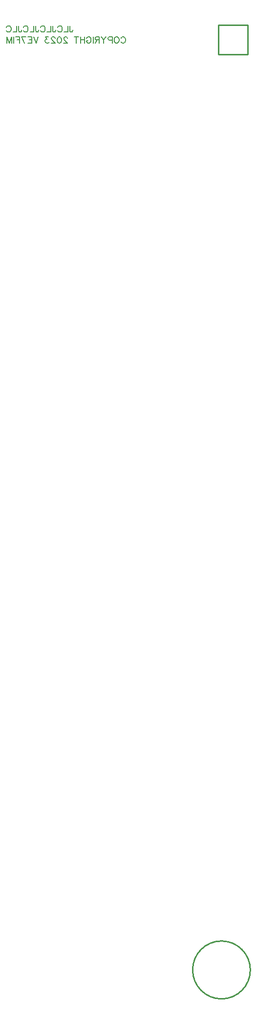
<source format=gbo>
G04 Layer: BottomSilkscreenLayer*
G04 EasyEDA v6.5.29, 2023-07-09 11:22:14*
G04 34a5644dc25c44e99f5b06bf355c49f1,5a6b42c53f6a479593ecc07194224c93,10*
G04 Gerber Generator version 0.2*
G04 Scale: 100 percent, Rotated: No, Reflected: No *
G04 Dimensions in millimeters *
G04 leading zeros omitted , absolute positions ,4 integer and 5 decimal *
%FSLAX45Y45*%
%MOMM*%

%ADD10C,0.1520*%
%ADD11C,0.1524*%
%ADD12C,0.2540*%

%LPD*%
D10*
X1865744Y18403313D02*
G01*
X1865744Y18320186D01*
X1870941Y18304598D01*
X1876135Y18299404D01*
X1886526Y18294210D01*
X1896917Y18294210D01*
X1907308Y18299404D01*
X1912505Y18304598D01*
X1917700Y18320186D01*
X1917700Y18330578D01*
X1831454Y18403313D02*
G01*
X1831454Y18294210D01*
X1831454Y18294210D02*
G01*
X1769110Y18294210D01*
X1656887Y18377336D02*
G01*
X1662084Y18387728D01*
X1672475Y18398119D01*
X1682864Y18403313D01*
X1703646Y18403313D01*
X1714037Y18398119D01*
X1724428Y18387728D01*
X1729625Y18377336D01*
X1734820Y18361748D01*
X1734820Y18335772D01*
X1729625Y18320186D01*
X1724428Y18309795D01*
X1714037Y18299404D01*
X1703646Y18294210D01*
X1682864Y18294210D01*
X1672475Y18299404D01*
X1662084Y18309795D01*
X1656887Y18320186D01*
X1570644Y18403313D02*
G01*
X1570644Y18320186D01*
X1575838Y18304598D01*
X1581035Y18299404D01*
X1591424Y18294210D01*
X1601815Y18294210D01*
X1612206Y18299404D01*
X1617403Y18304598D01*
X1622597Y18320186D01*
X1622597Y18330578D01*
X1536354Y18403313D02*
G01*
X1536354Y18294210D01*
X1536354Y18294210D02*
G01*
X1474007Y18294210D01*
X1361785Y18377336D02*
G01*
X1366982Y18387728D01*
X1377373Y18398119D01*
X1387764Y18403313D01*
X1408544Y18403313D01*
X1418935Y18398119D01*
X1429326Y18387728D01*
X1434523Y18377336D01*
X1439717Y18361748D01*
X1439717Y18335772D01*
X1434523Y18320186D01*
X1429326Y18309795D01*
X1418935Y18299404D01*
X1408544Y18294210D01*
X1387764Y18294210D01*
X1377373Y18299404D01*
X1366982Y18309795D01*
X1361785Y18320186D01*
X1275542Y18403313D02*
G01*
X1275542Y18320186D01*
X1280736Y18304598D01*
X1285933Y18299404D01*
X1296324Y18294210D01*
X1306715Y18294210D01*
X1317104Y18299404D01*
X1322301Y18304598D01*
X1327495Y18320186D01*
X1327495Y18330578D01*
X1241252Y18403313D02*
G01*
X1241252Y18294210D01*
X1241252Y18294210D02*
G01*
X1178905Y18294210D01*
X1066685Y18377336D02*
G01*
X1071879Y18387728D01*
X1082271Y18398119D01*
X1092662Y18403313D01*
X1113444Y18403313D01*
X1123835Y18398119D01*
X1134224Y18387728D01*
X1139421Y18377336D01*
X1144615Y18361748D01*
X1144615Y18335772D01*
X1139421Y18320186D01*
X1134224Y18309795D01*
X1123835Y18299404D01*
X1113444Y18294210D01*
X1092662Y18294210D01*
X1082271Y18299404D01*
X1071879Y18309795D01*
X1066685Y18320186D01*
X980439Y18403313D02*
G01*
X980439Y18320186D01*
X985634Y18304598D01*
X990831Y18299404D01*
X1001222Y18294210D01*
X1011613Y18294210D01*
X1022004Y18299404D01*
X1027198Y18304598D01*
X1032395Y18320186D01*
X1032395Y18330578D01*
X946150Y18403313D02*
G01*
X946150Y18294210D01*
X946150Y18294210D02*
G01*
X883805Y18294210D01*
X771583Y18377336D02*
G01*
X776777Y18387728D01*
X787168Y18398119D01*
X797560Y18403313D01*
X818342Y18403313D01*
X828733Y18398119D01*
X839124Y18387728D01*
X844318Y18377336D01*
X849515Y18361748D01*
X849515Y18335772D01*
X844318Y18320186D01*
X839124Y18309795D01*
X828733Y18299404D01*
X818342Y18294210D01*
X797560Y18294210D01*
X787168Y18299404D01*
X776777Y18309795D01*
X771583Y18320186D01*
D11*
X2754167Y18186836D02*
G01*
X2759364Y18197228D01*
X2769755Y18207619D01*
X2780144Y18212813D01*
X2800926Y18212813D01*
X2811317Y18207619D01*
X2821708Y18197228D01*
X2826905Y18186836D01*
X2832100Y18171248D01*
X2832100Y18145272D01*
X2826905Y18129686D01*
X2821708Y18119295D01*
X2811317Y18108904D01*
X2800926Y18103710D01*
X2780144Y18103710D01*
X2769755Y18108904D01*
X2759364Y18119295D01*
X2754167Y18129686D01*
X2688704Y18212813D02*
G01*
X2699095Y18207619D01*
X2709486Y18197228D01*
X2714683Y18186836D01*
X2719877Y18171248D01*
X2719877Y18145272D01*
X2714683Y18129686D01*
X2709486Y18119295D01*
X2699095Y18108904D01*
X2688704Y18103710D01*
X2667924Y18103710D01*
X2657533Y18108904D01*
X2647142Y18119295D01*
X2641945Y18129686D01*
X2636751Y18145272D01*
X2636751Y18171248D01*
X2641945Y18186836D01*
X2647142Y18197228D01*
X2657533Y18207619D01*
X2667924Y18212813D01*
X2688704Y18212813D01*
X2602461Y18212813D02*
G01*
X2602461Y18103710D01*
X2602461Y18212813D02*
G01*
X2555702Y18212813D01*
X2540114Y18207619D01*
X2534920Y18202422D01*
X2529725Y18192031D01*
X2529725Y18176445D01*
X2534920Y18166054D01*
X2540114Y18160860D01*
X2555702Y18155663D01*
X2602461Y18155663D01*
X2495435Y18212813D02*
G01*
X2453871Y18160860D01*
X2453871Y18103710D01*
X2412306Y18212813D02*
G01*
X2453871Y18160860D01*
X2378016Y18212813D02*
G01*
X2378016Y18103710D01*
X2378016Y18212813D02*
G01*
X2331257Y18212813D01*
X2315672Y18207619D01*
X2310475Y18202422D01*
X2305281Y18192031D01*
X2305281Y18181640D01*
X2310475Y18171248D01*
X2315672Y18166054D01*
X2331257Y18160860D01*
X2378016Y18160860D01*
X2341648Y18160860D02*
G01*
X2305281Y18103710D01*
X2270991Y18212813D02*
G01*
X2270991Y18103710D01*
X2158768Y18186836D02*
G01*
X2163965Y18197228D01*
X2174354Y18207619D01*
X2184745Y18212813D01*
X2205527Y18212813D01*
X2215918Y18207619D01*
X2226309Y18197228D01*
X2231504Y18186836D01*
X2236701Y18171248D01*
X2236701Y18145272D01*
X2231504Y18129686D01*
X2226309Y18119295D01*
X2215918Y18108904D01*
X2205527Y18103710D01*
X2184745Y18103710D01*
X2174354Y18108904D01*
X2163965Y18119295D01*
X2158768Y18129686D01*
X2158768Y18145272D01*
X2184745Y18145272D02*
G01*
X2158768Y18145272D01*
X2124478Y18212813D02*
G01*
X2124478Y18103710D01*
X2051743Y18212813D02*
G01*
X2051743Y18103710D01*
X2124478Y18160860D02*
G01*
X2051743Y18160860D01*
X1981085Y18212813D02*
G01*
X1981085Y18103710D01*
X2017453Y18212813D02*
G01*
X1944715Y18212813D01*
X1825221Y18186836D02*
G01*
X1825221Y18192031D01*
X1820024Y18202422D01*
X1814829Y18207619D01*
X1804438Y18212813D01*
X1783656Y18212813D01*
X1773265Y18207619D01*
X1768071Y18202422D01*
X1762874Y18192031D01*
X1762874Y18181640D01*
X1768071Y18171248D01*
X1778462Y18155663D01*
X1830415Y18103710D01*
X1757679Y18103710D01*
X1692216Y18212813D02*
G01*
X1707804Y18207619D01*
X1718195Y18192031D01*
X1723389Y18166054D01*
X1723389Y18150469D01*
X1718195Y18124490D01*
X1707804Y18108904D01*
X1692216Y18103710D01*
X1681825Y18103710D01*
X1666239Y18108904D01*
X1655848Y18124490D01*
X1650654Y18150469D01*
X1650654Y18166054D01*
X1655848Y18192031D01*
X1666239Y18207619D01*
X1681825Y18212813D01*
X1692216Y18212813D01*
X1611167Y18186836D02*
G01*
X1611167Y18192031D01*
X1605973Y18202422D01*
X1600776Y18207619D01*
X1590385Y18212813D01*
X1569605Y18212813D01*
X1559214Y18207619D01*
X1554017Y18202422D01*
X1548823Y18192031D01*
X1548823Y18181640D01*
X1554017Y18171248D01*
X1564408Y18155663D01*
X1616364Y18103710D01*
X1543626Y18103710D01*
X1498945Y18212813D02*
G01*
X1441795Y18212813D01*
X1472968Y18171248D01*
X1457383Y18171248D01*
X1446992Y18166054D01*
X1441795Y18160860D01*
X1436601Y18145272D01*
X1436601Y18134881D01*
X1441795Y18119295D01*
X1452186Y18108904D01*
X1467774Y18103710D01*
X1483360Y18103710D01*
X1498945Y18108904D01*
X1504142Y18114098D01*
X1509336Y18124490D01*
X1322301Y18212813D02*
G01*
X1280736Y18103710D01*
X1239174Y18212813D02*
G01*
X1280736Y18103710D01*
X1204884Y18212813D02*
G01*
X1204884Y18103710D01*
X1204884Y18212813D02*
G01*
X1137343Y18212813D01*
X1204884Y18160860D02*
G01*
X1163320Y18160860D01*
X1204884Y18103710D02*
G01*
X1137343Y18103710D01*
X1030315Y18212813D02*
G01*
X1082271Y18103710D01*
X1103053Y18212813D02*
G01*
X1030315Y18212813D01*
X996025Y18212813D02*
G01*
X996025Y18103710D01*
X996025Y18212813D02*
G01*
X928484Y18212813D01*
X996025Y18160860D02*
G01*
X954463Y18160860D01*
X894194Y18212813D02*
G01*
X894194Y18103710D01*
X859904Y18212813D02*
G01*
X859904Y18103710D01*
X859904Y18212813D02*
G01*
X818342Y18103710D01*
X776777Y18212813D02*
G01*
X818342Y18103710D01*
X776777Y18212813D02*
G01*
X776777Y18103710D01*
D12*
G75*
G01
X4995799Y2095500D02*
G03X4995799Y2095500I-499999J0D01*
X4445000Y18414974D02*
G01*
X4953000Y18414974D01*
X4953000Y17906974D01*
X4445000Y17906974D01*
X4445000Y18414974D01*
M02*

</source>
